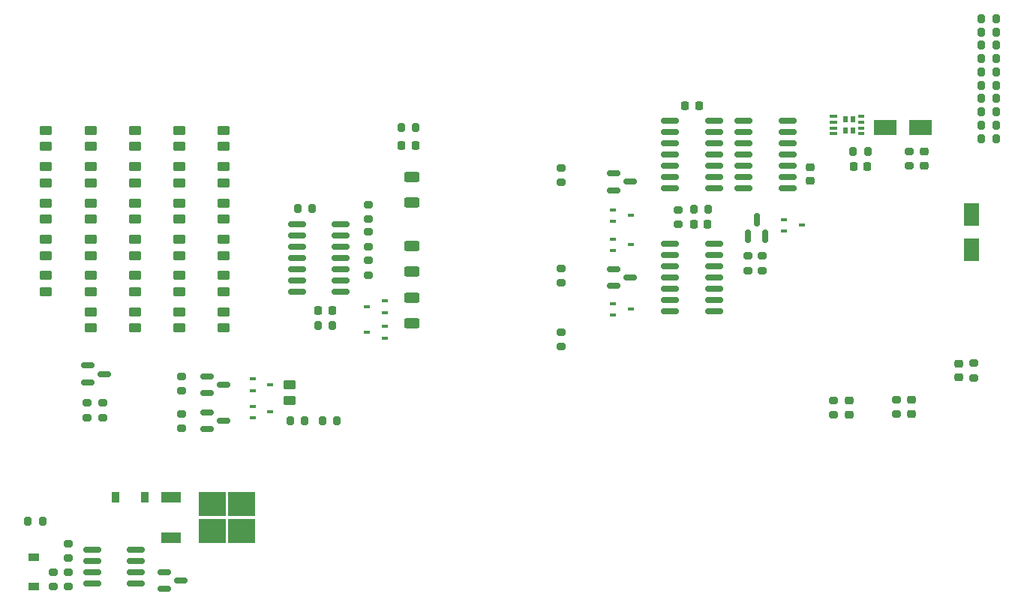
<source format=gtp>
%TF.GenerationSoftware,KiCad,Pcbnew,(6.0.5)*%
%TF.CreationDate,2022-06-14T16:38:24+01:00*%
%TF.ProjectId,precharge,70726563-6861-4726-9765-2e6b69636164,rev?*%
%TF.SameCoordinates,Original*%
%TF.FileFunction,Paste,Top*%
%TF.FilePolarity,Positive*%
%FSLAX46Y46*%
G04 Gerber Fmt 4.6, Leading zero omitted, Abs format (unit mm)*
G04 Created by KiCad (PCBNEW (6.0.5)) date 2022-06-14 16:38:24*
%MOMM*%
%LPD*%
G01*
G04 APERTURE LIST*
G04 Aperture macros list*
%AMRoundRect*
0 Rectangle with rounded corners*
0 $1 Rounding radius*
0 $2 $3 $4 $5 $6 $7 $8 $9 X,Y pos of 4 corners*
0 Add a 4 corners polygon primitive as box body*
4,1,4,$2,$3,$4,$5,$6,$7,$8,$9,$2,$3,0*
0 Add four circle primitives for the rounded corners*
1,1,$1+$1,$2,$3*
1,1,$1+$1,$4,$5*
1,1,$1+$1,$6,$7*
1,1,$1+$1,$8,$9*
0 Add four rect primitives between the rounded corners*
20,1,$1+$1,$2,$3,$4,$5,0*
20,1,$1+$1,$4,$5,$6,$7,0*
20,1,$1+$1,$6,$7,$8,$9,0*
20,1,$1+$1,$8,$9,$2,$3,0*%
G04 Aperture macros list end*
%ADD10RoundRect,0.200000X-0.200000X-0.275000X0.200000X-0.275000X0.200000X0.275000X-0.200000X0.275000X0*%
%ADD11RoundRect,0.150000X-0.587500X-0.150000X0.587500X-0.150000X0.587500X0.150000X-0.587500X0.150000X0*%
%ADD12R,0.700000X0.450000*%
%ADD13RoundRect,0.200000X-0.275000X0.200000X-0.275000X-0.200000X0.275000X-0.200000X0.275000X0.200000X0*%
%ADD14RoundRect,0.225000X0.225000X0.250000X-0.225000X0.250000X-0.225000X-0.250000X0.225000X-0.250000X0*%
%ADD15RoundRect,0.250000X0.625000X-0.312500X0.625000X0.312500X-0.625000X0.312500X-0.625000X-0.312500X0*%
%ADD16RoundRect,0.150000X0.150000X-0.587500X0.150000X0.587500X-0.150000X0.587500X-0.150000X-0.587500X0*%
%ADD17RoundRect,0.250000X-0.450000X0.262500X-0.450000X-0.262500X0.450000X-0.262500X0.450000X0.262500X0*%
%ADD18R,0.830000X0.300000*%
%ADD19R,0.510000X0.635000*%
%ADD20R,0.750000X0.300000*%
%ADD21RoundRect,0.250000X0.450000X-0.262500X0.450000X0.262500X-0.450000X0.262500X-0.450000X-0.262500X0*%
%ADD22RoundRect,0.150000X-0.825000X-0.150000X0.825000X-0.150000X0.825000X0.150000X-0.825000X0.150000X0*%
%ADD23RoundRect,0.200000X0.275000X-0.200000X0.275000X0.200000X-0.275000X0.200000X-0.275000X-0.200000X0*%
%ADD24RoundRect,0.225000X-0.225000X-0.250000X0.225000X-0.250000X0.225000X0.250000X-0.225000X0.250000X0*%
%ADD25RoundRect,0.200000X0.200000X0.275000X-0.200000X0.275000X-0.200000X-0.275000X0.200000X-0.275000X0*%
%ADD26R,2.500000X1.800000*%
%ADD27RoundRect,0.250000X-0.625000X0.312500X-0.625000X-0.312500X0.625000X-0.312500X0.625000X0.312500X0*%
%ADD28R,1.800000X2.500000*%
%ADD29RoundRect,0.218750X-0.218750X-0.256250X0.218750X-0.256250X0.218750X0.256250X-0.218750X0.256250X0*%
%ADD30RoundRect,0.225000X-0.250000X0.225000X-0.250000X-0.225000X0.250000X-0.225000X0.250000X0.225000X0*%
%ADD31RoundRect,0.218750X0.256250X-0.218750X0.256250X0.218750X-0.256250X0.218750X-0.256250X-0.218750X0*%
%ADD32R,0.900000X1.200000*%
%ADD33R,1.200000X0.900000*%
%ADD34R,2.200000X1.200000*%
%ADD35R,3.050000X2.750000*%
%ADD36RoundRect,0.218750X-0.256250X0.218750X-0.256250X-0.218750X0.256250X-0.218750X0.256250X0.218750X0*%
G04 APERTURE END LIST*
D10*
X240275000Y-93600000D03*
X241925000Y-93600000D03*
D11*
X139362500Y-119250000D03*
X139362500Y-121150000D03*
X141237500Y-120200000D03*
D12*
X158000000Y-123850000D03*
X158000000Y-125150000D03*
X160000000Y-124500000D03*
D10*
X174775000Y-92400000D03*
X176425000Y-92400000D03*
D13*
X215500000Y-106875000D03*
X215500000Y-108525000D03*
D14*
X208375000Y-89900000D03*
X206825000Y-89900000D03*
D10*
X240250000Y-84600000D03*
X241900000Y-84600000D03*
D14*
X209375000Y-103300000D03*
X207825000Y-103300000D03*
D15*
X176000000Y-114500000D03*
X176000000Y-111575000D03*
D16*
X213950000Y-104637500D03*
X215850000Y-104637500D03*
X214900000Y-102762500D03*
D17*
X149700000Y-109087500D03*
X149700000Y-110912500D03*
X144700000Y-100887500D03*
X144700000Y-102712500D03*
D10*
X240275000Y-80100000D03*
X241925000Y-80100000D03*
D11*
X148000000Y-142560000D03*
X148000000Y-144460000D03*
X149875000Y-143510000D03*
D13*
X171090000Y-107370000D03*
X171090000Y-109020000D03*
D17*
X162200000Y-121387500D03*
X162200000Y-123212500D03*
D13*
X137200000Y-142560000D03*
X137200000Y-144210000D03*
D18*
X223560000Y-92425000D03*
X223560000Y-91775000D03*
D19*
X224880000Y-92726000D03*
X225740000Y-91474000D03*
D20*
X226670000Y-91775000D03*
X226670000Y-93075000D03*
D18*
X223560000Y-93075000D03*
D19*
X224880000Y-91474000D03*
D18*
X223560000Y-91125000D03*
D20*
X226670000Y-92425000D03*
D19*
X225740000Y-92726000D03*
D20*
X226670000Y-91125000D03*
D21*
X154700000Y-98612500D03*
X154700000Y-96787500D03*
D22*
X205125000Y-91590000D03*
X205125000Y-92860000D03*
X205125000Y-94130000D03*
X205125000Y-95400000D03*
X205125000Y-96670000D03*
X205125000Y-97940000D03*
X205125000Y-99210000D03*
X210075000Y-99210000D03*
X210075000Y-97940000D03*
X210075000Y-96670000D03*
X210075000Y-95400000D03*
X210075000Y-94130000D03*
X210075000Y-92860000D03*
X210075000Y-91590000D03*
D12*
X198700000Y-112250000D03*
X198700000Y-113550000D03*
X200700000Y-112900000D03*
D23*
X150000000Y-126325000D03*
X150000000Y-124675000D03*
D22*
X210075000Y-105490000D03*
X210075000Y-106760000D03*
X210075000Y-108030000D03*
X210075000Y-109300000D03*
X210075000Y-110570000D03*
X210075000Y-111840000D03*
X210075000Y-113110000D03*
X205125000Y-113110000D03*
X205125000Y-111840000D03*
X205125000Y-110570000D03*
X205125000Y-109300000D03*
X205125000Y-108030000D03*
X205125000Y-106760000D03*
X205125000Y-105490000D03*
D24*
X165425000Y-113000000D03*
X166975000Y-113000000D03*
D15*
X176000000Y-108662500D03*
X176000000Y-105737500D03*
D25*
X209425000Y-101600000D03*
X207775000Y-101600000D03*
D10*
X165875000Y-125450000D03*
X167525000Y-125450000D03*
D17*
X139700000Y-100887500D03*
X139700000Y-102712500D03*
D23*
X230700000Y-124725000D03*
X230700000Y-123075000D03*
D10*
X162225000Y-125450000D03*
X163875000Y-125450000D03*
D11*
X198762500Y-97550000D03*
X198762500Y-99450000D03*
X200637500Y-98500000D03*
D26*
X233375000Y-92400000D03*
X229375000Y-92400000D03*
D10*
X165375000Y-114700000D03*
X167025000Y-114700000D03*
D21*
X154700000Y-106812500D03*
X154700000Y-104987500D03*
X134700000Y-102712500D03*
X134700000Y-100887500D03*
D22*
X163025000Y-103290000D03*
X163025000Y-104560000D03*
X163025000Y-105830000D03*
X163025000Y-107100000D03*
X163025000Y-108370000D03*
X163025000Y-109640000D03*
X163025000Y-110910000D03*
X167975000Y-110910000D03*
X167975000Y-109640000D03*
X167975000Y-108370000D03*
X167975000Y-107100000D03*
X167975000Y-105830000D03*
X167975000Y-104560000D03*
X167975000Y-103290000D03*
D11*
X152862500Y-120450000D03*
X152862500Y-122350000D03*
X154737500Y-121400000D03*
D23*
X213900000Y-108525000D03*
X213900000Y-106875000D03*
D10*
X240275000Y-87600000D03*
X241925000Y-87600000D03*
D17*
X154700000Y-92687500D03*
X154700000Y-94512500D03*
D23*
X139300000Y-125100000D03*
X139300000Y-123450000D03*
D21*
X139700000Y-106812500D03*
X139700000Y-104987500D03*
D12*
X218000000Y-102750000D03*
X218000000Y-104050000D03*
X220000000Y-103400000D03*
D27*
X176000000Y-97937500D03*
X176000000Y-100862500D03*
D13*
X150000000Y-120475000D03*
X150000000Y-122125000D03*
D10*
X240275000Y-90600000D03*
X241925000Y-90600000D03*
D12*
X172900000Y-116150000D03*
X172900000Y-114850000D03*
X170900000Y-115500000D03*
D28*
X239100000Y-106200000D03*
X239100000Y-102200000D03*
D17*
X139700000Y-109087500D03*
X139700000Y-110912500D03*
D11*
X198762500Y-108350000D03*
X198762500Y-110250000D03*
X200637500Y-109300000D03*
D12*
X158000000Y-120750000D03*
X158000000Y-122050000D03*
X160000000Y-121400000D03*
D13*
X141100000Y-123450000D03*
X141100000Y-125100000D03*
D21*
X139700000Y-115012500D03*
X139700000Y-113187500D03*
D17*
X134700000Y-104987500D03*
X134700000Y-106812500D03*
D21*
X149700000Y-106812500D03*
X149700000Y-104987500D03*
D29*
X174812500Y-94400000D03*
X176387500Y-94400000D03*
D10*
X240275000Y-92100000D03*
X241925000Y-92100000D03*
D17*
X144700000Y-109087500D03*
X144700000Y-110912500D03*
X154700000Y-100887500D03*
X154700000Y-102712500D03*
D13*
X206000000Y-101675000D03*
X206000000Y-103325000D03*
D21*
X134700000Y-109087500D03*
X134700000Y-110912500D03*
D22*
X213425000Y-91590000D03*
X213425000Y-92860000D03*
X213425000Y-94130000D03*
X213425000Y-95400000D03*
X213425000Y-96670000D03*
X213425000Y-97940000D03*
X213425000Y-99210000D03*
X218375000Y-99210000D03*
X218375000Y-97940000D03*
X218375000Y-96670000D03*
X218375000Y-95400000D03*
X218375000Y-94130000D03*
X218375000Y-92860000D03*
X218375000Y-91590000D03*
D11*
X152862500Y-124550000D03*
X152862500Y-126450000D03*
X154737500Y-125500000D03*
D30*
X220900000Y-96825000D03*
X220900000Y-98375000D03*
D10*
X240250000Y-86100000D03*
X241900000Y-86100000D03*
D17*
X149700000Y-100887500D03*
X149700000Y-102712500D03*
D10*
X240275000Y-83100000D03*
X241925000Y-83100000D03*
D21*
X154700000Y-115012500D03*
X154700000Y-113187500D03*
D25*
X164725000Y-101500000D03*
X163075000Y-101500000D03*
D10*
X240275000Y-81600000D03*
X241925000Y-81600000D03*
D31*
X232400000Y-124687500D03*
X232400000Y-123112500D03*
D12*
X198700000Y-101650000D03*
X198700000Y-102950000D03*
X200700000Y-102300000D03*
X172900000Y-113250000D03*
X172900000Y-111950000D03*
X170900000Y-112600000D03*
D23*
X137200000Y-139335000D03*
X137200000Y-140985000D03*
D13*
X171090000Y-101070000D03*
X171090000Y-102720000D03*
D21*
X139700000Y-98612500D03*
X139700000Y-96787500D03*
D25*
X134300000Y-136825000D03*
X132650000Y-136825000D03*
D17*
X149700000Y-92687500D03*
X149700000Y-94512500D03*
X154700000Y-109087500D03*
X154700000Y-110912500D03*
D13*
X171090000Y-104170000D03*
X171090000Y-105820000D03*
D23*
X192800000Y-98590000D03*
X192800000Y-96940000D03*
D29*
X225812500Y-96800000D03*
X227387500Y-96800000D03*
D23*
X239400000Y-120625000D03*
X239400000Y-118975000D03*
D17*
X144700000Y-92687500D03*
X144700000Y-94512500D03*
X134700000Y-96787500D03*
X134700000Y-98612500D03*
D22*
X144850000Y-140020000D03*
X144850000Y-141290000D03*
X144850000Y-142560000D03*
X144850000Y-143830000D03*
X139900000Y-143830000D03*
X139900000Y-142560000D03*
X139900000Y-141290000D03*
X139900000Y-140020000D03*
D21*
X144700000Y-106812500D03*
X144700000Y-104987500D03*
D32*
X142550000Y-134100000D03*
X145850000Y-134100000D03*
D17*
X139700000Y-92687500D03*
X139700000Y-94512500D03*
D23*
X135500000Y-144210000D03*
X135500000Y-142560000D03*
D21*
X149700000Y-98612500D03*
X149700000Y-96787500D03*
D33*
X133300000Y-144210000D03*
X133300000Y-140910000D03*
D13*
X232100000Y-95075000D03*
X232100000Y-96725000D03*
D31*
X237700000Y-120587500D03*
X237700000Y-119012500D03*
D21*
X149700000Y-115012500D03*
X149700000Y-113187500D03*
D31*
X225300000Y-124787500D03*
X225300000Y-123212500D03*
D21*
X144700000Y-98612500D03*
X144700000Y-96787500D03*
D12*
X198700000Y-104950000D03*
X198700000Y-106250000D03*
X200700000Y-105600000D03*
D21*
X144700000Y-115012500D03*
X144700000Y-113187500D03*
D34*
X148800000Y-138660000D03*
X148800000Y-134100000D03*
D35*
X153425000Y-134855000D03*
X156775000Y-134855000D03*
X156775000Y-137905000D03*
X153425000Y-137905000D03*
D13*
X192800000Y-108275000D03*
X192800000Y-109925000D03*
D23*
X192800000Y-117100000D03*
X192800000Y-115450000D03*
D36*
X233800000Y-95112500D03*
X233800000Y-96687500D03*
D10*
X225775000Y-95100000D03*
X227425000Y-95100000D03*
D21*
X134700000Y-94512500D03*
X134700000Y-92687500D03*
D23*
X223600000Y-124825000D03*
X223600000Y-123175000D03*
D10*
X240275000Y-89100000D03*
X241925000Y-89100000D03*
M02*

</source>
